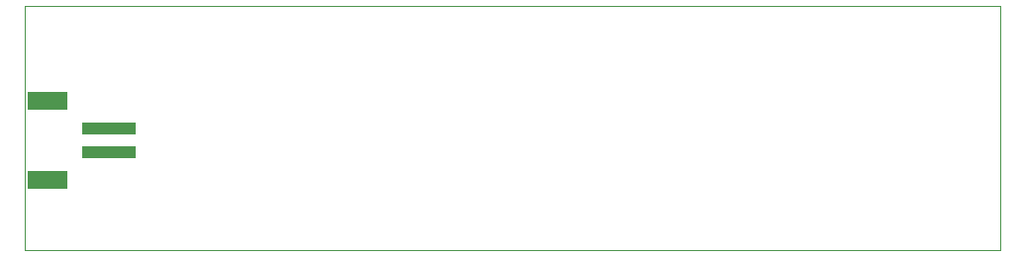
<source format=gbp>
G75*
%MOIN*%
%OFA0B0*%
%FSLAX25Y25*%
%IPPOS*%
%LPD*%
%AMOC8*
5,1,8,0,0,1.08239X$1,22.5*
%
%ADD10C,0.00000*%
%ADD11R,0.18110X0.03937*%
%ADD12R,0.13386X0.06299*%
D10*
X0015433Y0071025D02*
X0015433Y0153387D01*
X0343780Y0153387D01*
X0343780Y0071025D01*
X0015433Y0071025D01*
D11*
X0043780Y0104096D03*
X0043780Y0111970D03*
D12*
X0023307Y0121419D03*
X0023307Y0094647D03*
M02*

</source>
